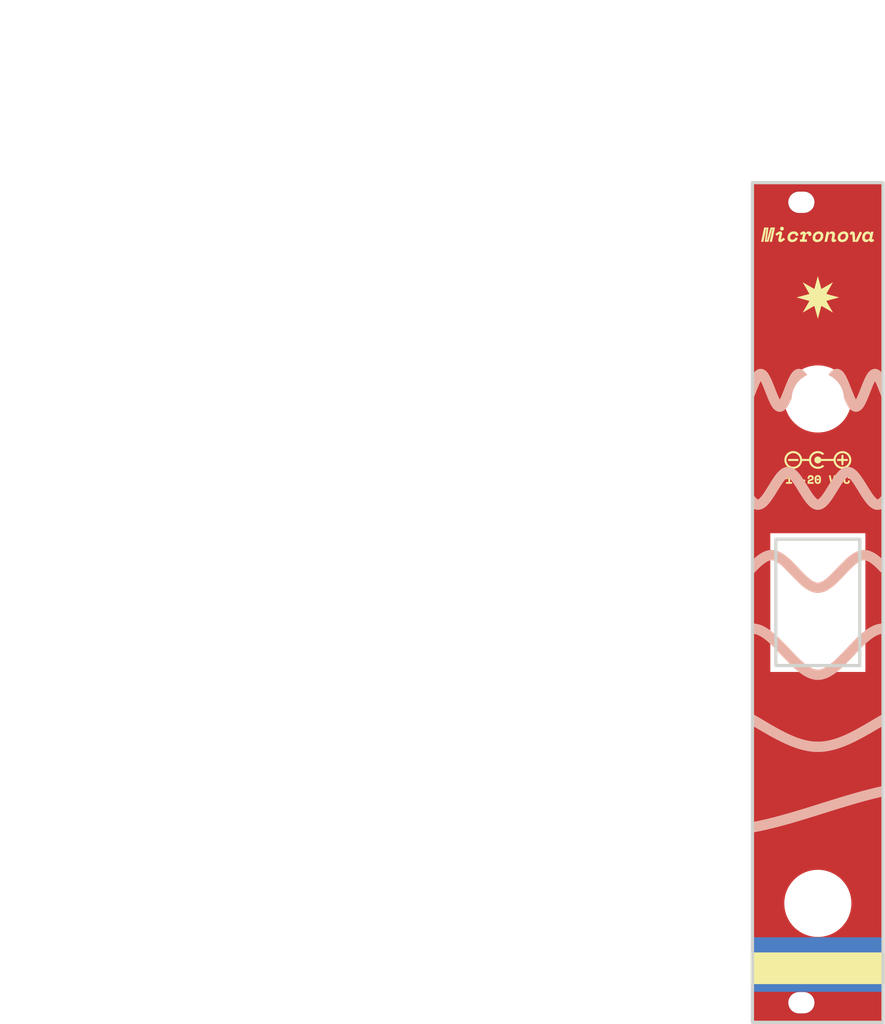
<source format=kicad_pcb>
(kicad_pcb (version 20240108) (generator "pcbnew") (generator_version "8.0")
  (title_block (title "Micronova") (date "2025-01-30") (rev "v1 DIY") (company "Winterbloom") (comment 1 "Alethea Flowers") (comment 2 "CC BY-NC-ND 4.0") (comment 3 "micronova.wntr.dev"))
  (layers (0 "F.Cu" signal) (31 "B.Cu" signal) (34 "B.Paste" user) (35 "F.Paste" user) (36 "B.SilkS" user "B.Silkscreen") (37 "F.SilkS" user "F.Silkscreen") (38 "B.Mask" user) (39 "F.Mask" user) (44 "Edge.Cuts" user))
  (net 0 "")
  (footprint "Graphics" (layer "F.Cu") (at 129.244989 41.36438)
    (property "Reference" "" (at 0 0 0) (layer "F.SilkS") (effects (font (size 1.27 1.27))))
    (property "Value" "")
    (fp_poly (pts (xy 20 128.5) (xy 0 128.5) (xy 0 110.29351) (xy 4.88662 110.29351) (xy 4.88711 110.39373) (xy 4.88855 110.49024) (xy 4.89095 110.5791) (xy 4.89431 110.65637) (xy 4.89862 110.71808) (xy 4.8988 110.72) (xy 4.9382 111.04601) (xy 4.99499 111.36239) (xy 5.06938 111.66979) (xy 5.16161 111.96887) (xy 5.27191 112.26027) (xy 5.4005 112.54466) (xy 5.54761 112.82268) (xy 5.71347 113.09498) (xy 5.74132 113.13741) (xy 5.92499 113.39651) (xy 6.12323 113.64233) (xy 6.33528 113.87443) (xy 6.56036 114.09235) (xy 6.79769 114.29563) (xy 7.0465 114.48381) (xy 7.30601 114.65644) (xy 7.57545 114.81306) (xy 7.85405 114.95321) (xy 8.14102 115.07645) (xy 8.43559 115.18231) (xy 8.737 115.27035) (xy 9.04446 115.34009) (xy 9.35719 115.39109) (xy 9.62 115.41885) (xy 9.67674 115.42225) (xy 9.74937 115.42491) (xy 9.83381 115.42681) (xy 9.92596 115.42796) (xy 10.02173 115.42834) (xy 10.11702 115.42796) (xy 10.20775 115.4268) (xy 10.28983 115.42487) (xy 10.35916 115.42216) (xy 10.4005 115.41961) (xy 10.70033 115.38822) (xy 10.9919 115.34077) (xy 11.24708 115.28471) (xy 11.55453 115.19873) (xy 11.85449 115.09444) (xy 12.14625 114.97233) (xy 12.42909 114.83292) (xy 12.70232 114.6767) (xy 12.96522 114.50418) (xy 13.21708 114.31585) (xy 13.4572 114.11222) (xy 13.68486 113.8938) (xy 13.89935 113.66107) (xy 14.09998 113.41456) (xy 14.28602 113.15475) (xy 14.31382 113.11285) (xy 14.3722 113.02279) (xy 14.42283 112.94184) (xy 14.46856 112.86499) (xy 14.51224 112.78727) (xy 14.55672 112.70367) (xy 14.60484 112.6092) (xy 14.63126 112.55611) (xy 14.7624 112.2687) (xy 14.87491 111.97477) (xy 14.96869 111.67521) (xy 15.04368 111.37096) (xy 15.0998 111.06293) (xy 15.13695 110.75203) (xy 15.15508 110.43918) (xy 15.15409 110.1253) (xy 15.13391 109.81131) (xy 15.09447 109.49811) (xy 15.03567 109.18664) (xy 14.95745 108.87779) (xy 14.94931 108.84968) (xy 14.85112 108.54923) (xy 14.73479 108.25651) (xy 14.60091 107.97226) (xy 14.45009 107.69723) (xy 14.28292 107.43215) (xy 14.09999 107.17778) (xy 13.90192 106.93484) (xy 13.68929 106.7041) (xy 13.46271 106.48627) (xy 13.22276 106.28212) (xy 12.97006 106.09237) (xy 12.70519 105.91778) (xy 12.48409 105.78905) (xy 12.2029 105.64585) (xy 11.91435 105.52092) (xy 11.61942 105.41437) (xy 11.31909 105.32627) (xy 11.01434 105.25673) (xy 10.70613 105.20583) (xy 10.39545 105.17367) (xy 10.08326 105.16034) (xy 9.77055 105.16593) (xy 9.45829 105.19053) (xy 9.14745 105.23424) (xy 8.83901 105.29715) (xy 8.53394 105.37935) (xy 8.445 105.40721) (xy 8.14396 105.5149) (xy 7.85224 105.64001) (xy 7.57044 105.78193) (xy 7.29915 105.94009) (xy 7.03894 106.11391) (xy 6.79041 106.3028) (xy 6.55415 106.50619) (xy 6.33073 106.72347) (xy 6.12076 106.95408) (xy 5.92481 107.19743) (xy 5.74348 107.45294) (xy 5.57734 107.72002) (xy 5.427 107.99809) (xy 5.29303 108.28656) (xy 5.17602 108.58486) (xy 5.13973 108.68984) (xy 5.06215 108.94708) (xy 4.99777 109.21503) (xy 4.94629 109.49528) (xy 4.90737 109.78938) (xy 4.89863 109.875) (xy 4.8943 109.93454) (xy 4.89094 110.0101) (xy 4.88854 110.09775) (xy 4.8871 110.19354) (xy 4.88662 110.29351) (xy 0 110.29351) (xy 0 53.65) (xy 2.74 53.65) (xy 2.74 74.88) (xy 17.3 74.88) (xy 17.3 53.65) (xy 2.74 53.65) (xy 0 53.65) (xy 0 33.18064) (xy 4.88435 33.18064) (xy 4.89911 33.50076) (xy 4.90578 33.58) (xy 4.94439 33.89332) (xy 5.00181 34.20103) (xy 5.07747 34.50248) (xy 5.1708 34.79702) (xy 5.28124 35.08399) (xy 5.40823 35.36276) (xy 5.55118 35.63267) (xy 5.70955 35.89307) (xy 5.88276 36.14332) (xy 6.07025 36.38276) (xy 6.27144 36.61075) (xy 6.48578 36.82663) (xy 6.71269 37.02976) (xy 6.95162 37.2195) (xy 7.20198 37.39518) (xy 7.46323 37.55616) (xy 7.73478 37.7018) (xy 8.01608 37.83144) (xy 8.30656 37.94444) (xy 8.60565 38.04014) (xy 8.85558 38.10494) (xy 9.10198 38.15539) (xy 9.35918 38.19506) (xy 9.62057 38.22297) (xy 9.71203 38.2298) (xy 9.78545 38.23323) (xy 9.87422 38.23509) (xy 9.97376 38.23546) (xy 10.07948 38.23442) (xy 10.1868 38.23207) (xy 10.29114 38.22848) (xy 10.38791 38.22374) (xy 10.47253 38.21794) (xy 10.50461 38.21509) (xy 10.82668 38.17403) (xy 11.14219 38.11412) (xy 11.45081 38.0355) (xy 11.75222 37.93834) (xy 12.0461 37.82277) (xy 12.33212 37.68895) (xy 12.60996 37.53703) (xy 12.87929 37.36715) (xy 13.13979 37.17948) (xy 13.39113 36.97416) (xy 13.60343 36.78) (xy 13.67154 36.71225) (xy 13.74708 36.63338) (xy 13.82557 36.54831) (xy 13.90249 36.46194) (xy 13.97335 36.3792) (xy 14.00162 36.345) (xy 14.19539 36.09196) (xy 14.37186 35.82947) (xy 14.53087 35.55835) (xy 14.67228 35.27944) (xy 14.79592 34.99358) (xy 14.90166 34.7016) (xy 14.98933 34.40432) (xy 15.05879 34.10258) (xy 15.10989 33.79722) (xy 15.14246 33.48907) (xy 15.15637 33.17895) (xy 15.15145 32.86771) (xy 15.12757 32.55617) (xy 15.08455 32.24517) (xy 15.02226 31.93555) (xy 14.94055 31.62812) (xy 14.89052 31.47) (xy 14.7806 31.17215) (xy 14.65294 30.88294) (xy 14.50813 30.60308) (xy 14.34678 30.33328) (xy 14.1695 30.07422) (xy 13.9769 29.82662) (xy 13.76957 29.59117) (xy 13.54813 29.36859) (xy 13.31318 29.15956) (xy 13.06532 28.96479) (xy 12.80517 28.78499) (xy 12.53332 28.62085) (xy 12.34559 28.52032) (xy 12.06185 28.38688) (xy 11.76929 28.27077) (xy 11.46982 28.17257) (xy 11.16537 28.0929) (xy 10.85787 28.03234) (xy 10.715 28.01095) (xy 10.41415 27.9796) (xy 10.10891 27.9657) (xy 9.80301 27.96922) (xy 9.50019 27.99013) (xy 9.25 28.02126) (xy 8.93729 28.07846) (xy 8.63056 28.15448) (xy 8.33054 28.24882) (xy 8.03793 28.36103) (xy 7.75345 28.49061) (xy 7.47779 28.6371) (xy 7.21168 28.80001) (xy 6.95582 28.97887) (xy 6.71093 29.17319) (xy 6.47771 29.38251) (xy 6.25687 29.60634) (xy 6.04913 29.84421) (xy 5.8552 30.09564) (xy 5.67578 30.36015) (xy 5.60794 30.47) (xy 5.45365 30.74612) (xy 5.3174 31.03043) (xy 5.19937 31.32212) (xy 5.09975 31.62034) (xy 5.01873 31.92427) (xy 4.9565 32.2331) (xy 4.91323 32.54599) (xy 4.88912 32.86211) (xy 4.88435 33.18064) (xy 0 33.18064) (xy 0 0) (xy 20 0)) (fill solid) (layer "F.Cu"))
  )
  (footprint "Graphics" (layer "F.Cu") (at 129.244989 41.36438)
    (property "Reference" "" (at 0 0 0) (layer "F.SilkS") (effects (font (size 1.27 1.27))))
    (property "Value" "")
  )
  (footprint "DrillSlottedHole" (layer "F.Cu") (at 136.744989 44.36438)
    (property "Reference" "" (at 0 0 0) (layer "F.SilkS") (effects (font (size 1.27 1.27))))
    (property "Value" "")
    (pad "" np_thru_hole roundrect (at 0 0) (size 4 3.25) (drill oval 4 3.25) (layers "*.Cu" "*.Mask") (roundrect_rratio 0.5) (clearance 0.1))
  )
  (footprint "DrillHole" (layer "F.Cu") (at 139.264989 74.46438)
    (property "Reference" "" (at 0 0 0) (layer "F.SilkS") (effects (font (size 1.27 1.27))))
    (property "Value" "")
    (pad "" np_thru_hole circle (at 0 0) (size 8 8) (drill 8) (layers "*.Cu" "*.Mask") (clearance 0.1))
  )
  (footprint "Graphics" (layer "F.Cu") (at 129.244989 41.36438)
    (property "Reference" "" (at 0 0 0) (layer "F.SilkS") (effects (font (size 1.27 1.27))))
    (property "Value" "")
  )
  (footprint "DrillSlottedHole" (layer "F.Cu") (at 136.744989 166.86438)
    (property "Reference" "" (at 0 0 0) (layer "F.SilkS") (effects (font (size 1.27 1.27))))
    (property "Value" "")
    (pad "" np_thru_hole roundrect (at 0 0) (size 4 3.25) (drill oval 4 3.25) (layers "*.Cu" "*.Mask") (roundrect_rratio 0.5) (clearance 0.1))
  )
  (footprint "Graphics" (layer "F.Cu") (at 129.244989 41.36438)
    (property "Reference" "" (at 0 0 0) (layer "F.SilkS") (effects (font (size 1.27 1.27))))
    (property "Value" "")
  )
  (footprint "DrillHole" (layer "F.Cu") (at 139.264989 151.66438)
    (property "Reference" "" (at 0 0 0) (layer "F.SilkS") (effects (font (size 1.27 1.27))))
    (property "Value" "")
    (pad "" np_thru_hole circle (at 0 0) (size 8 8) (drill 8) (layers "*.Cu" "*.Mask") (clearance 0.1))
  )
  (footprint "Graphics" (layer "B.Cu") (at 129.244989 41.36438)
    (property "Reference" "" (at 0 0 0) (layer "F.SilkS") (effects (font (size 1.27 1.27))))
    (property "Value" "")
    (fp_poly (pts (xy 0 119.66) (xy 0 115.49) (xy 10 115.49) (xy 20 115.49) (xy 20 119.66) (xy 20 123.83) (xy 10 123.83) (xy 0 123.83) (xy 0 119.66)) (fill solid) (layer "B.Cu"))
  )
  (gr_rect (start 129.014989 159.21438) (end 149.514989 163.96438) (stroke (width 0.1)) (fill solid) (layer "F.SilkS"))
  (gr_poly (pts (xy 145.684989 95.92438) (xy 132.834989 95.92438) (xy 132.834989 115.26438) (xy 145.684989 115.26438) (xy 145.684989 95.92438)) (stroke (width 0.5)) (fill none) (layer "Edge.Cuts"))
  (gr_poly (pts (xy 149.244989 41.36438) (xy 129.244989 41.36438) (xy 129.244989 169.86438) (xy 149.244989 169.86438) (xy 149.244989 41.36438)) (stroke (width 0.5)) (fill none) (layer "Edge.Cuts"))
)
</source>
